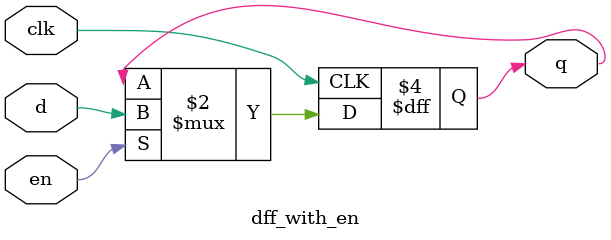
<source format=v>
module dff_with_en
(
	input d,
	input clk,
	input en,
	output reg q
);

	always @ (posedge clk)
		if (en)
			q <= d;
 
endmodule
</source>
